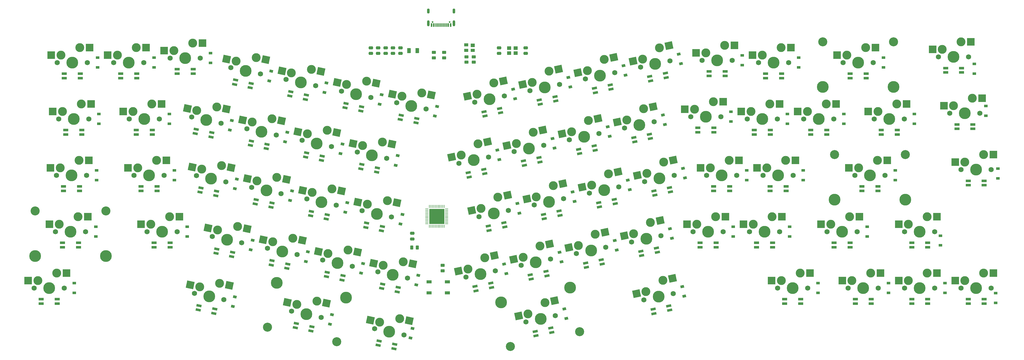
<source format=gbs>
G04 #@! TF.GenerationSoftware,KiCad,Pcbnew,(6.0.1)*
G04 #@! TF.CreationDate,2022-05-09T18:46:19+09:00*
G04 #@! TF.ProjectId,Skeleton68,536b656c-6574-46f6-9e36-382e6b696361,rev?*
G04 #@! TF.SameCoordinates,Original*
G04 #@! TF.FileFunction,Soldermask,Bot*
G04 #@! TF.FilePolarity,Negative*
%FSLAX46Y46*%
G04 Gerber Fmt 4.6, Leading zero omitted, Abs format (unit mm)*
G04 Created by KiCad (PCBNEW (6.0.1)) date 2022-05-09 18:46:19*
%MOMM*%
%LPD*%
G01*
G04 APERTURE LIST*
G04 Aperture macros list*
%AMRoundRect*
0 Rectangle with rounded corners*
0 $1 Rounding radius*
0 $2 $3 $4 $5 $6 $7 $8 $9 X,Y pos of 4 corners*
0 Add a 4 corners polygon primitive as box body*
4,1,4,$2,$3,$4,$5,$6,$7,$8,$9,$2,$3,0*
0 Add four circle primitives for the rounded corners*
1,1,$1+$1,$2,$3*
1,1,$1+$1,$4,$5*
1,1,$1+$1,$6,$7*
1,1,$1+$1,$8,$9*
0 Add four rect primitives between the rounded corners*
20,1,$1+$1,$2,$3,$4,$5,0*
20,1,$1+$1,$4,$5,$6,$7,0*
20,1,$1+$1,$6,$7,$8,$9,0*
20,1,$1+$1,$8,$9,$2,$3,0*%
%AMRotRect*
0 Rectangle, with rotation*
0 The origin of the aperture is its center*
0 $1 length*
0 $2 width*
0 $3 Rotation angle, in degrees counterclockwise*
0 Add horizontal line*
21,1,$1,$2,0,0,$3*%
G04 Aperture macros list end*
%ADD10C,3.000000*%
%ADD11C,3.987800*%
%ADD12C,1.750000*%
%ADD13R,2.550000X2.500000*%
%ADD14RotRect,2.550000X2.500000X192.000000*%
%ADD15C,3.048000*%
%ADD16RotRect,2.550000X2.500000X168.000000*%
%ADD17RotRect,0.900000X1.200000X102.000000*%
%ADD18R,1.700000X0.820000*%
%ADD19R,1.200000X0.900000*%
%ADD20RotRect,1.700000X0.820000X168.000000*%
%ADD21RoundRect,0.062500X-0.475000X-0.062500X0.475000X-0.062500X0.475000X0.062500X-0.475000X0.062500X0*%
%ADD22RoundRect,0.062500X-0.062500X-0.475000X0.062500X-0.475000X0.062500X0.475000X-0.062500X0.475000X0*%
%ADD23R,5.200000X5.200000*%
%ADD24RotRect,0.900000X1.200000X78.000000*%
%ADD25RoundRect,0.250000X-0.475000X0.250000X-0.475000X-0.250000X0.475000X-0.250000X0.475000X0.250000X0*%
%ADD26RoundRect,0.250000X0.450000X-0.262500X0.450000X0.262500X-0.450000X0.262500X-0.450000X-0.262500X0*%
%ADD27RoundRect,0.250000X-0.450000X0.262500X-0.450000X-0.262500X0.450000X-0.262500X0.450000X0.262500X0*%
%ADD28RotRect,1.700000X0.820000X192.000000*%
%ADD29RotRect,1.700000X0.820000X12.000000*%
%ADD30RotRect,1.700000X0.820000X348.000000*%
%ADD31R,1.400000X1.200000*%
%ADD32RoundRect,0.250000X0.375000X0.625000X-0.375000X0.625000X-0.375000X-0.625000X0.375000X-0.625000X0*%
%ADD33R,1.400000X1.000000*%
%ADD34RoundRect,0.250000X0.262500X0.450000X-0.262500X0.450000X-0.262500X-0.450000X0.262500X-0.450000X0*%
%ADD35R,1.800000X1.100000*%
%ADD36C,0.600000*%
%ADD37R,0.600000X1.160000*%
%ADD38R,0.300000X1.160000*%
%ADD39O,0.900000X1.700000*%
%ADD40O,0.900000X2.000000*%
%ADD41RoundRect,0.250000X0.475000X-0.250000X0.475000X0.250000X-0.475000X0.250000X-0.475000X-0.250000X0*%
G04 APERTURE END LIST*
D10*
X341058500Y-90170000D03*
X334708500Y-92710000D03*
D11*
X338518500Y-95250000D03*
D12*
X333438500Y-95250000D03*
X343598500Y-95250000D03*
D13*
X331433500Y-92710000D03*
X344360500Y-90170000D03*
D10*
X322008500Y-90170000D03*
X315658500Y-92710000D03*
D11*
X319468500Y-95250000D03*
D12*
X314388500Y-95250000D03*
X324548500Y-95250000D03*
D13*
X312383500Y-92710000D03*
X325310500Y-90170000D03*
D10*
X302958500Y-90170000D03*
X296608500Y-92710000D03*
D11*
X300418500Y-95250000D03*
D12*
X295338500Y-95250000D03*
X305498500Y-95250000D03*
D13*
X293333500Y-92710000D03*
X306260500Y-90170000D03*
D11*
X276606500Y-95250000D03*
D10*
X272796500Y-92710000D03*
D12*
X281686500Y-95250000D03*
D10*
X279146500Y-90170000D03*
D12*
X271526500Y-95250000D03*
D13*
X269521500Y-92710000D03*
X282448500Y-90170000D03*
D11*
X231356200Y-98156600D03*
D10*
X227101362Y-96464249D03*
D12*
X236325190Y-97100409D03*
D10*
X232784504Y-92659514D03*
D12*
X226387210Y-99212791D03*
D14*
X223897929Y-97145159D03*
X236014347Y-91972990D03*
D12*
X196530190Y-104585309D03*
D10*
X187306362Y-103949149D03*
D15*
X204690589Y-109991811D03*
D11*
X201522015Y-95084842D03*
D10*
X192989504Y-100144414D03*
D11*
X178167763Y-100048941D03*
D15*
X181336337Y-114955911D03*
D12*
X186592210Y-106697691D03*
D11*
X191561200Y-105641500D03*
D14*
X184102929Y-104630059D03*
X196219347Y-99457890D03*
D10*
X144006486Y-105577306D03*
X137267153Y-106741562D03*
D11*
X140465800Y-110018200D03*
D12*
X135496810Y-108962009D03*
X145434790Y-111074391D03*
D16*
X134063720Y-106060651D03*
X147236330Y-106263830D03*
D15*
X99385811Y-108427411D03*
D11*
X112515200Y-104077100D03*
D10*
X109316553Y-100800462D03*
D11*
X125908637Y-98484541D03*
D12*
X117484190Y-105133291D03*
X107546210Y-103020909D03*
D11*
X102554385Y-93520442D03*
D15*
X122740063Y-113391511D03*
D10*
X116055886Y-99636206D03*
D16*
X106113120Y-100119551D03*
X119285730Y-100322730D03*
D11*
X79708700Y-98077600D03*
D10*
X76510053Y-94800962D03*
D12*
X84677690Y-99133791D03*
D10*
X83249386Y-93636706D03*
D12*
X74739710Y-97021409D03*
D16*
X73306620Y-94120051D03*
X86479230Y-94323230D03*
D11*
X25718000Y-95250000D03*
D10*
X21908000Y-92710000D03*
D12*
X30798000Y-95250000D03*
D10*
X28258000Y-90170000D03*
D12*
X20638000Y-95250000D03*
D13*
X18633000Y-92710000D03*
X31560000Y-90170000D03*
D10*
X322008500Y-71120000D03*
X315658500Y-73660000D03*
D11*
X319468500Y-76200000D03*
D12*
X314388500Y-76200000D03*
X324548500Y-76200000D03*
D13*
X312383500Y-73660000D03*
X325310500Y-71120000D03*
D10*
X269621000Y-71120000D03*
X263271000Y-73660000D03*
D11*
X267081000Y-76200000D03*
D12*
X262001000Y-76200000D03*
X272161000Y-76200000D03*
D13*
X259996000Y-73660000D03*
X272923000Y-71120000D03*
D10*
X250571000Y-71120000D03*
X244221000Y-73660000D03*
D11*
X248031000Y-76200000D03*
D12*
X242951000Y-76200000D03*
X253111000Y-76200000D03*
D13*
X240946000Y-73660000D03*
X253873000Y-71120000D03*
D10*
X228625204Y-73094214D03*
X222942062Y-76898949D03*
D11*
X227196900Y-78591300D03*
D12*
X222227910Y-79647491D03*
X232165890Y-77535109D03*
D14*
X219738629Y-77579859D03*
X231855047Y-72407690D03*
D10*
X209991504Y-77055014D03*
X204308362Y-80859749D03*
D11*
X208563200Y-82552100D03*
D12*
X203594210Y-83608291D03*
X213532190Y-81495909D03*
D14*
X201104929Y-81540659D03*
X213221347Y-76368490D03*
D10*
X191357804Y-81015714D03*
X185674662Y-84820449D03*
D11*
X189929500Y-86512800D03*
D12*
X184960510Y-87568991D03*
X194898490Y-85456609D03*
D14*
X182471229Y-85501359D03*
X194587647Y-80329190D03*
D10*
X172724104Y-84976414D03*
X167040962Y-88781149D03*
D11*
X171295800Y-90473500D03*
D12*
X166326810Y-91529691D03*
X176264790Y-89417309D03*
D14*
X163837529Y-89462059D03*
X175953947Y-84289890D03*
D10*
X145172186Y-86349406D03*
X138432853Y-87513662D03*
D11*
X141631500Y-90790300D03*
D12*
X136662510Y-89734109D03*
X146600490Y-91846491D03*
D16*
X135229420Y-86832751D03*
X148402030Y-87035930D03*
D10*
X126538486Y-82388706D03*
X119799153Y-83552962D03*
D11*
X122997800Y-86829600D03*
D12*
X118028810Y-85773409D03*
X127966790Y-87885791D03*
D16*
X116595720Y-82872051D03*
X129768330Y-83075230D03*
D10*
X107904686Y-78428006D03*
X101165353Y-79592262D03*
D11*
X104364000Y-82868900D03*
D12*
X99395010Y-81812709D03*
X109332990Y-83925091D03*
D16*
X97961920Y-78911351D03*
X111134530Y-79114530D03*
D10*
X89270986Y-74467306D03*
X82531653Y-75631562D03*
D11*
X85730300Y-78908200D03*
D12*
X80761310Y-77852009D03*
X90699290Y-79964391D03*
D16*
X79328220Y-74950651D03*
X92500830Y-75153830D03*
D10*
X66357500Y-71120000D03*
X60007500Y-73660000D03*
D11*
X63817500Y-76200000D03*
D12*
X58737500Y-76200000D03*
X68897500Y-76200000D03*
D13*
X56732500Y-73660000D03*
X69659500Y-71120000D03*
D10*
X341058500Y-50165000D03*
X334708500Y-52705000D03*
D11*
X338518500Y-55245000D03*
D12*
X333438500Y-55245000D03*
X343598500Y-55245000D03*
D13*
X331433500Y-52705000D03*
X344360500Y-50165000D03*
D10*
X274193000Y-52070000D03*
X267843000Y-54610000D03*
D11*
X271653000Y-57150000D03*
D12*
X266573000Y-57150000D03*
X276733000Y-57150000D03*
D13*
X264568000Y-54610000D03*
X277495000Y-52070000D03*
D10*
X255143000Y-52070000D03*
X248793000Y-54610000D03*
D11*
X252603000Y-57150000D03*
D12*
X247523000Y-57150000D03*
X257683000Y-57150000D03*
D13*
X245518000Y-54610000D03*
X258445000Y-52070000D03*
D10*
X233049704Y-52678214D03*
X227366562Y-56482949D03*
D11*
X231621400Y-58175300D03*
D12*
X226652410Y-59231491D03*
X236590390Y-57119109D03*
D14*
X224163129Y-57163859D03*
X236279547Y-51991690D03*
D10*
X214416004Y-56638914D03*
X208732862Y-60443649D03*
D11*
X212987700Y-62136000D03*
D12*
X208018710Y-63192191D03*
X217956690Y-61079809D03*
D14*
X205529429Y-61124559D03*
X217645847Y-55952390D03*
D10*
X195782204Y-60599614D03*
X190099062Y-64404349D03*
D11*
X194353900Y-66096700D03*
D12*
X189384910Y-67152891D03*
X199322890Y-65040509D03*
D14*
X186895629Y-65085259D03*
X199012047Y-59913090D03*
D10*
X177148504Y-64560414D03*
X171465362Y-68365149D03*
D11*
X175720200Y-70057500D03*
D12*
X170751210Y-71113691D03*
X180689190Y-69001309D03*
D14*
X168261929Y-69046059D03*
X180378347Y-63873890D03*
D10*
X139815986Y-65735406D03*
X133076653Y-66899662D03*
D11*
X136275300Y-70176300D03*
D12*
X131306310Y-69120109D03*
X141244290Y-71232491D03*
D16*
X129873220Y-66218751D03*
X143045830Y-66421930D03*
D10*
X121160686Y-61759106D03*
X114421353Y-62923362D03*
D11*
X117620000Y-66200000D03*
D12*
X112651010Y-65143809D03*
X122588990Y-67256191D03*
D16*
X111217920Y-62242451D03*
X124390530Y-62445630D03*
D10*
X102548586Y-57813906D03*
X95809253Y-58978162D03*
D11*
X99007900Y-62254800D03*
D12*
X94038910Y-61198609D03*
X103976890Y-63310991D03*
D16*
X92605820Y-58297251D03*
X105778430Y-58500430D03*
D10*
X83914886Y-53853206D03*
X77175553Y-55017462D03*
D11*
X80374200Y-58294100D03*
D12*
X75405210Y-57237909D03*
X85343190Y-59350291D03*
D16*
X73972120Y-54336551D03*
X87144730Y-54539730D03*
D10*
X61976000Y-52070000D03*
X55626000Y-54610000D03*
D11*
X59436000Y-57150000D03*
D12*
X54356000Y-57150000D03*
X64516000Y-57150000D03*
D13*
X52351000Y-54610000D03*
X65278000Y-52070000D03*
D10*
X337248500Y-31115000D03*
X330898500Y-33655000D03*
D11*
X334708500Y-36195000D03*
D12*
X329628500Y-36195000D03*
X339788500Y-36195000D03*
D13*
X327623500Y-33655000D03*
X340550500Y-31115000D03*
D11*
X309182000Y-38100000D03*
D10*
X305372000Y-35560000D03*
D12*
X314262000Y-38100000D03*
D10*
X311722000Y-33020000D03*
D12*
X304102000Y-38100000D03*
D13*
X302097000Y-35560000D03*
X315024000Y-33020000D03*
D10*
X287909000Y-33020000D03*
X281559000Y-35560000D03*
D11*
X285369000Y-38100000D03*
D12*
X280289000Y-38100000D03*
X290449000Y-38100000D03*
D13*
X278284000Y-35560000D03*
X291211000Y-33020000D03*
D10*
X268859000Y-33020000D03*
X262509000Y-35560000D03*
D11*
X266319000Y-38100000D03*
D12*
X261239000Y-38100000D03*
X271399000Y-38100000D03*
D13*
X259234000Y-35560000D03*
X272161000Y-33020000D03*
D10*
X249809000Y-32258000D03*
X243459000Y-34798000D03*
D11*
X247269000Y-37338000D03*
D12*
X242189000Y-37338000D03*
X252349000Y-37338000D03*
D13*
X240184000Y-34798000D03*
X253111000Y-32258000D03*
D10*
X226293904Y-34638614D03*
X220610762Y-38443349D03*
D11*
X224865600Y-40135700D03*
D12*
X219896610Y-41191891D03*
X229834590Y-39079509D03*
D14*
X217407329Y-39124259D03*
X229523747Y-33952090D03*
D10*
X207660204Y-38599314D03*
X201977062Y-42404049D03*
D11*
X206231900Y-44096400D03*
D12*
X201262910Y-45152591D03*
X211200890Y-43040209D03*
D14*
X198773629Y-43084959D03*
X210890047Y-37912790D03*
D10*
X189026504Y-42560014D03*
X183343362Y-46364749D03*
D11*
X187598200Y-48057100D03*
D12*
X182629210Y-49113291D03*
X192567190Y-47000909D03*
D14*
X180139929Y-47045659D03*
X192256347Y-41873490D03*
D10*
X170392804Y-46520814D03*
X164709662Y-50325549D03*
D11*
X168964500Y-52017900D03*
D12*
X163995510Y-53074091D03*
X173933490Y-50961709D03*
D14*
X161506229Y-51006459D03*
X173622647Y-45834290D03*
D10*
X138186586Y-45913406D03*
X131447253Y-47077662D03*
D11*
X134645900Y-50354300D03*
D12*
X129676910Y-49298109D03*
X139614890Y-51410491D03*
D16*
X128243820Y-46396751D03*
X141416430Y-46599930D03*
D10*
X119552886Y-41952706D03*
X112813553Y-43116962D03*
D11*
X116012200Y-46393600D03*
D12*
X111043210Y-45337409D03*
X120981190Y-47449791D03*
D16*
X109610120Y-42436051D03*
X122782730Y-42639230D03*
D10*
X100919186Y-37992006D03*
X94179853Y-39156262D03*
D11*
X97378500Y-42432900D03*
D12*
X92409510Y-41376709D03*
X102347490Y-43489091D03*
D16*
X90976420Y-38475351D03*
X104149030Y-38678530D03*
D10*
X82285486Y-34031306D03*
X75546153Y-35195562D03*
D11*
X78744800Y-38472200D03*
D12*
X73775810Y-37416009D03*
X83713790Y-39528391D03*
D16*
X72342720Y-34514651D03*
X85515330Y-34717830D03*
D10*
X60356800Y-33020000D03*
X54006800Y-35560000D03*
D11*
X57816800Y-38100000D03*
D12*
X52736800Y-38100000D03*
X62896800Y-38100000D03*
D13*
X50731800Y-35560000D03*
X63658800Y-33020000D03*
D11*
X34004800Y-38100000D03*
D10*
X30194800Y-35560000D03*
D12*
X39084800Y-38100000D03*
D10*
X36544800Y-33020000D03*
D12*
X28924800Y-38100000D03*
D13*
X26919800Y-35560000D03*
X39846800Y-33020000D03*
X336740500Y-12065000D03*
X323813500Y-14605000D03*
D12*
X335978500Y-17145000D03*
X325818500Y-17145000D03*
D11*
X330898500Y-17145000D03*
D10*
X327088500Y-14605000D03*
X333438500Y-12065000D03*
X272669000Y-13970000D03*
X266319000Y-16510000D03*
D11*
X270129000Y-19050000D03*
D12*
X265049000Y-19050000D03*
X275209000Y-19050000D03*
D13*
X263044000Y-16510000D03*
X275971000Y-13970000D03*
D10*
X253619000Y-13208000D03*
X247269000Y-15748000D03*
D11*
X251079000Y-18288000D03*
D12*
X245999000Y-18288000D03*
X256159000Y-18288000D03*
D13*
X243994000Y-15748000D03*
X256921000Y-13208000D03*
D10*
X231650004Y-14024514D03*
X225966862Y-17829249D03*
D11*
X230221700Y-19521600D03*
D12*
X225252710Y-20577791D03*
X235190690Y-18465409D03*
D14*
X222763429Y-18510159D03*
X234879847Y-13337990D03*
D10*
X213016304Y-17985214D03*
X207333162Y-21789949D03*
D11*
X211588000Y-23482300D03*
D12*
X206619010Y-24538491D03*
X216556990Y-22426109D03*
D14*
X204129729Y-22470859D03*
X216246147Y-17298690D03*
D10*
X194382604Y-21946014D03*
X188699462Y-25750749D03*
D11*
X192954300Y-27443100D03*
D12*
X187985310Y-28499291D03*
X197923290Y-26386909D03*
D14*
X185496029Y-26431659D03*
X197612447Y-21259490D03*
D10*
X175748904Y-25906714D03*
X170065762Y-29711449D03*
D11*
X174320600Y-31403800D03*
D12*
X169351610Y-32459991D03*
X179289590Y-30347609D03*
D14*
X166862329Y-30392359D03*
X178978747Y-25220190D03*
D10*
X151464186Y-29260106D03*
X144724853Y-30424362D03*
D11*
X147923500Y-33701000D03*
D12*
X142954510Y-32644809D03*
X152892490Y-34757191D03*
D16*
X141521420Y-29743451D03*
X154694030Y-29946630D03*
D10*
X132830486Y-25299406D03*
X126091153Y-26463662D03*
D11*
X129289800Y-29740300D03*
D12*
X124320810Y-28684109D03*
X134258790Y-30796491D03*
D16*
X122887720Y-25782751D03*
X136060330Y-25985930D03*
D10*
X114196786Y-21338706D03*
X107457453Y-22502962D03*
D11*
X110656100Y-25779600D03*
D12*
X105687110Y-24723409D03*
X115625090Y-26835791D03*
D16*
X104254020Y-21822051D03*
X117426630Y-22025230D03*
X98792930Y-18064430D03*
X85620320Y-17861251D03*
D12*
X96991390Y-22874991D03*
X87053410Y-20762609D03*
D11*
X92022400Y-21818800D03*
D10*
X88823753Y-18542162D03*
X95563086Y-17377906D03*
X74168000Y-12446000D03*
X67818000Y-14986000D03*
D11*
X71628000Y-17526000D03*
D12*
X66548000Y-17526000D03*
X76708000Y-17526000D03*
D13*
X64543000Y-14986000D03*
X77470000Y-12446000D03*
D10*
X55118000Y-13970000D03*
X48768000Y-16510000D03*
D11*
X52578000Y-19050000D03*
D12*
X47498000Y-19050000D03*
X57658000Y-19050000D03*
D13*
X45493000Y-16510000D03*
X58420000Y-13970000D03*
D10*
X36068000Y-13970000D03*
X29718000Y-16510000D03*
D11*
X33528000Y-19050000D03*
D12*
X28448000Y-19050000D03*
X38608000Y-19050000D03*
D13*
X26443000Y-16510000D03*
X39370000Y-13970000D03*
D10*
X289465000Y-73660000D03*
D11*
X293275000Y-76200000D03*
D12*
X298355000Y-76200000D03*
D10*
X295815000Y-71120000D03*
D12*
X288195000Y-76200000D03*
D13*
X286190000Y-73660000D03*
X299117000Y-71120000D03*
D12*
X38015600Y-76200000D03*
D11*
X20997600Y-84455000D03*
D15*
X20997600Y-69215000D03*
X44873600Y-69215000D03*
D10*
X35475600Y-71120000D03*
D12*
X27855600Y-76200000D03*
D11*
X44873600Y-84455000D03*
D10*
X29125600Y-73660000D03*
D11*
X32935600Y-76200000D03*
D13*
X25850600Y-73660000D03*
X38777600Y-71120000D03*
D12*
X307763600Y-57150000D03*
D11*
X290745600Y-65405000D03*
D15*
X290745600Y-50165000D03*
X314621600Y-50165000D03*
D10*
X305223600Y-52070000D03*
D12*
X297603600Y-57150000D03*
D11*
X314621600Y-65405000D03*
D10*
X298873600Y-54610000D03*
D11*
X302683600Y-57150000D03*
D13*
X295598600Y-54610000D03*
X308525600Y-52070000D03*
D10*
X29432500Y-54610000D03*
D11*
X33242500Y-57150000D03*
D12*
X38322500Y-57150000D03*
D10*
X35782500Y-52070000D03*
D12*
X28162500Y-57150000D03*
D13*
X26157500Y-54610000D03*
X39084500Y-52070000D03*
D15*
X310642000Y-12065000D03*
D10*
X294894000Y-16510000D03*
D11*
X310642000Y-27305000D03*
D12*
X303784000Y-19050000D03*
D11*
X286766000Y-27305000D03*
D10*
X301244000Y-13970000D03*
D15*
X286766000Y-12065000D03*
D12*
X293624000Y-19050000D03*
D11*
X298704000Y-19050000D03*
D13*
X291619000Y-16510000D03*
X304546000Y-13970000D03*
D17*
X184377554Y-69904144D03*
X183691446Y-66676256D03*
D18*
X264381000Y-79950000D03*
X264381000Y-81450000D03*
X269781000Y-81450000D03*
X269781000Y-79950000D03*
D19*
X42028000Y-20700000D03*
X42028000Y-17400000D03*
D18*
X62136000Y-62400000D03*
X62136000Y-60900000D03*
X56736000Y-60900000D03*
X56736000Y-62400000D03*
D19*
X345080000Y-100270000D03*
X345080000Y-96970000D03*
D18*
X282669000Y-41850000D03*
X282669000Y-43350000D03*
X288069000Y-43350000D03*
X288069000Y-41850000D03*
D17*
X203011254Y-65943444D03*
X202325146Y-62715556D03*
X233522854Y-39982344D03*
X232836746Y-36754456D03*
D20*
X119577135Y-89936328D03*
X119265268Y-91403549D03*
X124547265Y-92526272D03*
X124859132Y-91059051D03*
D21*
X153162500Y-73500000D03*
X153162500Y-73000000D03*
X153162500Y-72500000D03*
X153162500Y-72000000D03*
X153162500Y-71500000D03*
X153162500Y-71000000D03*
X153162500Y-70500000D03*
X153162500Y-70000000D03*
X153162500Y-69500000D03*
X153162500Y-69000000D03*
X153162500Y-68500000D03*
D22*
X154000000Y-67662500D03*
X154500000Y-67662500D03*
X155000000Y-67662500D03*
X155500000Y-67662500D03*
X156000000Y-67662500D03*
X156500000Y-67662500D03*
X157000000Y-67662500D03*
X157500000Y-67662500D03*
X158000000Y-67662500D03*
X158500000Y-67662500D03*
X159000000Y-67662500D03*
D21*
X159837500Y-68500000D03*
X159837500Y-69000000D03*
X159837500Y-69500000D03*
X159837500Y-70000000D03*
X159837500Y-70500000D03*
X159837500Y-71000000D03*
X159837500Y-71500000D03*
X159837500Y-72000000D03*
X159837500Y-72500000D03*
X159837500Y-73000000D03*
X159837500Y-73500000D03*
D22*
X159000000Y-74337500D03*
X158500000Y-74337500D03*
X158000000Y-74337500D03*
X157500000Y-74337500D03*
X157000000Y-74337500D03*
X156500000Y-74337500D03*
X156000000Y-74337500D03*
X155500000Y-74337500D03*
X155000000Y-74337500D03*
X154500000Y-74337500D03*
X154000000Y-74337500D03*
D23*
X156500000Y-71000000D03*
D24*
X99993546Y-25200044D03*
X100679654Y-21972156D03*
D18*
X290575000Y-79950000D03*
X290575000Y-81450000D03*
X295975000Y-81450000D03*
X295975000Y-79950000D03*
D17*
X201611654Y-27289744D03*
X200925546Y-24061856D03*
D20*
X112591535Y-49500328D03*
X112279668Y-50967549D03*
X117561665Y-52090272D03*
X117873532Y-50623051D03*
D24*
X137260946Y-33121444D03*
X137947054Y-29893556D03*
D20*
X100943335Y-85975628D03*
X100631468Y-87442849D03*
X105913465Y-88565572D03*
X106225332Y-87098351D03*
D19*
X307204000Y-20700000D03*
X307204000Y-17400000D03*
D25*
X177500000Y-14050000D03*
X177500000Y-15950000D03*
D26*
X158500000Y-89412500D03*
X158500000Y-87587500D03*
D19*
X67936000Y-58800000D03*
X67936000Y-55500000D03*
D27*
X155500000Y-15587500D03*
X155500000Y-17412500D03*
D24*
X87679846Y-101458844D03*
X88365954Y-98230956D03*
X88345346Y-61675344D03*
X89031454Y-58447456D03*
D28*
X167103168Y-56247251D03*
X167415035Y-57714472D03*
X172697032Y-56591749D03*
X172385165Y-55124528D03*
X188068168Y-90742151D03*
X188380035Y-92209372D03*
X193662032Y-91086649D03*
X193350165Y-89619428D03*
D18*
X341218500Y-60495000D03*
X341218500Y-58995000D03*
X335818500Y-58995000D03*
X335818500Y-60495000D03*
X30235600Y-79950000D03*
X30235600Y-81450000D03*
X35635600Y-81450000D03*
X35635600Y-79950000D03*
X35942500Y-62400000D03*
X35942500Y-60900000D03*
X30542500Y-60900000D03*
X30542500Y-62400000D03*
D29*
X215320532Y-28056249D03*
X215008665Y-26589028D03*
X209726668Y-27711751D03*
X210038535Y-29178972D03*
D19*
X345870000Y-58150000D03*
X345870000Y-54850000D03*
D18*
X305383600Y-62400000D03*
X305383600Y-60900000D03*
X299983600Y-60900000D03*
X299983600Y-62400000D03*
X61117500Y-79950000D03*
X61117500Y-81450000D03*
X66517500Y-81450000D03*
X66517500Y-79950000D03*
D17*
X235854254Y-78438044D03*
X235168146Y-75210156D03*
X177621754Y-51864544D03*
X176935646Y-48636656D03*
D18*
X28418000Y-100500000D03*
X28418000Y-99000000D03*
X23018000Y-99000000D03*
X23018000Y-100500000D03*
D17*
X198586754Y-86359444D03*
X197900646Y-83131556D03*
D18*
X333598500Y-22395000D03*
X333598500Y-20895000D03*
X328198500Y-20895000D03*
X328198500Y-22395000D03*
D19*
X275581000Y-77850000D03*
X275581000Y-74550000D03*
X280153000Y-58800000D03*
X280153000Y-55500000D03*
X327968500Y-96900000D03*
X327968500Y-93600000D03*
D30*
X119191065Y-71912172D03*
X119502932Y-70444951D03*
X114220935Y-69322228D03*
X113909068Y-70789449D03*
D29*
X235353932Y-62749249D03*
X235042065Y-61282028D03*
X229760068Y-62404751D03*
X230071935Y-63871972D03*
X216720232Y-66709949D03*
X216408365Y-65242728D03*
X211126368Y-66365451D03*
X211438235Y-67832672D03*
D24*
X106979146Y-65636044D03*
X107665254Y-62408156D03*
X155894746Y-37082144D03*
X156580854Y-33854256D03*
D19*
X41435600Y-77850000D03*
X41435600Y-74550000D03*
D30*
X81258165Y-103774272D03*
X81570032Y-102307051D03*
X76288035Y-101184328D03*
X75976168Y-102651549D03*
D19*
X80128000Y-19176000D03*
X80128000Y-15876000D03*
D31*
X183100000Y-15850000D03*
X180900000Y-15850000D03*
X180900000Y-14150000D03*
X183100000Y-14150000D03*
D24*
X93701546Y-82289344D03*
X94387654Y-79061456D03*
D18*
X341218500Y-100500000D03*
X341218500Y-99000000D03*
X335818500Y-99000000D03*
X335818500Y-100500000D03*
D32*
X149900000Y-15000000D03*
X147100000Y-15000000D03*
D28*
X169434468Y-94702951D03*
X169746335Y-96170172D03*
X175028332Y-95047449D03*
X174716465Y-93580228D03*
D18*
X279306500Y-100500000D03*
X279306500Y-99000000D03*
X273906500Y-99000000D03*
X273906500Y-100500000D03*
D31*
X168600000Y-13230000D03*
D33*
X168600000Y-14950000D03*
X166400000Y-14950000D03*
X166400000Y-13050000D03*
D18*
X272829000Y-24300000D03*
X272829000Y-22800000D03*
X267429000Y-22800000D03*
X267429000Y-24300000D03*
D28*
X206701868Y-86781451D03*
X207013735Y-88248672D03*
X212295732Y-87125949D03*
X211983865Y-85658728D03*
D29*
X196686832Y-32016949D03*
X196374965Y-30549728D03*
X191092968Y-31672451D03*
X191404835Y-33139672D03*
D18*
X301404000Y-24300000D03*
X301404000Y-22800000D03*
X296004000Y-22800000D03*
X296004000Y-24300000D03*
D28*
X225335568Y-82820751D03*
X225647435Y-84287972D03*
X230929432Y-83165249D03*
X230617565Y-81698028D03*
D34*
X149912500Y-81500000D03*
X148087500Y-81500000D03*
D19*
X274819000Y-39750000D03*
X274819000Y-36450000D03*
D30*
X112205565Y-31476172D03*
X112517432Y-30008951D03*
X107235435Y-28886228D03*
X106923568Y-30353449D03*
D25*
X134250000Y-14050000D03*
X134250000Y-15950000D03*
D19*
X337910000Y-22820000D03*
X337910000Y-19520000D03*
D35*
X153900000Y-93150000D03*
X160100000Y-93150000D03*
X153900000Y-96850000D03*
X160100000Y-96850000D03*
D25*
X148200000Y-76750000D03*
X148200000Y-78650000D03*
D19*
X326480000Y-80820000D03*
X326480000Y-77520000D03*
D18*
X306482000Y-41850000D03*
X306482000Y-43350000D03*
X311882000Y-43350000D03*
X311882000Y-41850000D03*
D29*
X195293732Y-110215449D03*
X194981865Y-108748228D03*
X189699868Y-109870951D03*
X190011735Y-111338172D03*
D18*
X263619000Y-41850000D03*
X263619000Y-43350000D03*
X269019000Y-43350000D03*
X269019000Y-41850000D03*
D24*
X105349746Y-45814144D03*
X106035854Y-42586256D03*
D17*
X196255454Y-47903844D03*
X195569346Y-44675956D03*
D30*
X137824765Y-75872872D03*
X138136632Y-74405651D03*
X132854635Y-73282928D03*
X132542768Y-74750149D03*
D19*
X341790000Y-37010000D03*
X341790000Y-33710000D03*
X311183600Y-58800000D03*
X311183600Y-55500000D03*
D30*
X100557365Y-67951472D03*
X100869232Y-66484251D03*
X95587235Y-65361528D03*
X95275368Y-66828749D03*
D18*
X322168500Y-100500000D03*
X322168500Y-99000000D03*
X316768500Y-99000000D03*
X316768500Y-100500000D03*
D27*
X159000000Y-15587500D03*
X159000000Y-17412500D03*
D17*
X238879054Y-19368344D03*
X238192946Y-16140456D03*
X182977854Y-31250444D03*
X182291746Y-28022556D03*
D19*
X261103000Y-58800000D03*
X261103000Y-55500000D03*
D27*
X169000000Y-17087500D03*
X169000000Y-18912500D03*
D24*
X149602646Y-94171544D03*
X150288754Y-90943656D03*
D18*
X244569000Y-41088000D03*
X244569000Y-42588000D03*
X249969000Y-42588000D03*
X249969000Y-41088000D03*
X55278000Y-24300000D03*
X55278000Y-22800000D03*
X49878000Y-22800000D03*
X49878000Y-24300000D03*
D24*
X118627246Y-29160744D03*
X119313354Y-25932856D03*
D19*
X61078000Y-20700000D03*
X61078000Y-17400000D03*
X308918500Y-96900000D03*
X308918500Y-93600000D03*
D29*
X233954232Y-24095549D03*
X233642365Y-22628328D03*
X228360368Y-23751051D03*
X228672235Y-25218272D03*
D18*
X274353000Y-62400000D03*
X274353000Y-60900000D03*
X268953000Y-60900000D03*
X268953000Y-62400000D03*
X74328000Y-22776000D03*
X74328000Y-21276000D03*
X68928000Y-21276000D03*
X68928000Y-22776000D03*
D28*
X204370568Y-48325851D03*
X204682435Y-49793072D03*
X209964432Y-48670349D03*
X209652565Y-47203128D03*
D29*
X235088732Y-102730549D03*
X234776865Y-101263328D03*
X229494868Y-102386051D03*
X229806735Y-103853272D03*
D20*
X138210835Y-93897028D03*
X137898968Y-95364249D03*
X143180965Y-96486972D03*
X143492832Y-95019751D03*
D28*
X185736868Y-52286551D03*
X186048735Y-53753772D03*
X191330732Y-52631049D03*
X191018865Y-51163828D03*
D17*
X200218554Y-105488244D03*
X199532446Y-102260356D03*
D36*
X160850000Y-5325000D03*
X155070000Y-5325000D03*
D37*
X154760000Y-6385000D03*
X155560000Y-6385000D03*
D38*
X156710000Y-6385000D03*
X157710000Y-6385000D03*
X158210000Y-6385000D03*
X159210000Y-6385000D03*
D37*
X160360000Y-6385000D03*
X161160000Y-6385000D03*
X161160000Y-6385000D03*
X160360000Y-6385000D03*
D38*
X159710000Y-6385000D03*
X158710000Y-6385000D03*
X157210000Y-6385000D03*
X156210000Y-6385000D03*
D37*
X155560000Y-6385000D03*
X154760000Y-6385000D03*
D39*
X153640000Y-1635000D03*
D40*
X153640000Y-5805000D03*
X162280000Y-5805000D03*
D39*
X162280000Y-1635000D03*
D18*
X332008500Y-39945000D03*
X332008500Y-41445000D03*
X337408500Y-41445000D03*
X337408500Y-39945000D03*
D19*
X255769000Y-38988000D03*
X255769000Y-35688000D03*
D24*
X112335246Y-86250144D03*
X113021354Y-83022256D03*
D19*
X293869000Y-39750000D03*
X293869000Y-36450000D03*
D18*
X253779000Y-23538000D03*
X253779000Y-22038000D03*
X248379000Y-22038000D03*
X248379000Y-23538000D03*
X245331000Y-79950000D03*
X245331000Y-81450000D03*
X250731000Y-81450000D03*
X250731000Y-79950000D03*
D19*
X42504800Y-39750000D03*
X42504800Y-36450000D03*
D24*
X147656946Y-112113944D03*
X148343054Y-108886056D03*
D19*
X256531000Y-77850000D03*
X256531000Y-74550000D03*
D24*
X86716046Y-41853344D03*
X87402154Y-38625456D03*
D19*
X41742500Y-58800000D03*
X41742500Y-55500000D03*
D18*
X31304800Y-41850000D03*
X31304800Y-43350000D03*
X36704800Y-43350000D03*
X36704800Y-41850000D03*
D29*
X179452732Y-74631349D03*
X179140865Y-73164128D03*
X173858868Y-74286851D03*
X174170735Y-75754072D03*
D17*
X240278654Y-58022044D03*
X239592546Y-54794156D03*
D41*
X186500000Y-15950000D03*
X186500000Y-14050000D03*
D19*
X301775000Y-77850000D03*
X301775000Y-74550000D03*
D18*
X36228000Y-24300000D03*
X36228000Y-22800000D03*
X30828000Y-22800000D03*
X30828000Y-24300000D03*
D17*
X220245354Y-23329044D03*
X219559246Y-20101156D03*
X240013454Y-98003344D03*
X239327346Y-94775456D03*
D25*
X144250000Y-14050000D03*
X144250000Y-15950000D03*
D24*
X130968946Y-90210844D03*
X131655054Y-86982956D03*
D30*
X81923665Y-63990772D03*
X82235532Y-62523551D03*
X76953535Y-61400828D03*
X76641668Y-62868049D03*
D28*
X223004268Y-44365151D03*
X223316135Y-45832372D03*
X228598132Y-44709649D03*
X228286265Y-43242428D03*
D18*
X316768500Y-79950000D03*
X316768500Y-81450000D03*
X322168500Y-81450000D03*
X322168500Y-79950000D03*
D19*
X34218000Y-96900000D03*
X34218000Y-93600000D03*
D18*
X303118500Y-100500000D03*
X303118500Y-99000000D03*
X297718500Y-99000000D03*
X297718500Y-100500000D03*
D30*
X114064665Y-109773672D03*
X114376532Y-108306451D03*
X109094535Y-107183728D03*
X108782668Y-108650949D03*
X142015265Y-115714772D03*
X142327132Y-114247551D03*
X137045135Y-113124828D03*
X136733268Y-114592049D03*
D29*
X178053132Y-35977649D03*
X177741265Y-34510428D03*
X172459268Y-35633151D03*
X172771135Y-37100372D03*
D19*
X285106500Y-96900000D03*
X285106500Y-93600000D03*
X317682000Y-39750000D03*
X317682000Y-36450000D03*
D20*
X131225235Y-53461028D03*
X130913368Y-54928249D03*
X136195365Y-56050972D03*
X136507232Y-54583751D03*
D19*
X278629000Y-20700000D03*
X278629000Y-17400000D03*
D25*
X141750000Y-14050000D03*
X141750000Y-15950000D03*
D19*
X259579000Y-19938000D03*
X259579000Y-16638000D03*
D27*
X166500000Y-17087500D03*
X166500000Y-18912500D03*
D18*
X255303000Y-62400000D03*
X255303000Y-60900000D03*
X249903000Y-60900000D03*
X249903000Y-62400000D03*
X55116800Y-41850000D03*
X55116800Y-43350000D03*
X60516800Y-43350000D03*
X60516800Y-41850000D03*
D24*
X142617146Y-53735544D03*
X143303254Y-50507656D03*
D29*
X198086432Y-70670649D03*
X197774565Y-69203428D03*
X192492568Y-70326151D03*
X192804435Y-71793372D03*
D17*
X217220554Y-82398744D03*
X216534446Y-79170856D03*
D20*
X75324135Y-41578928D03*
X75012268Y-43046149D03*
X80294265Y-44168872D03*
X80606132Y-42701651D03*
D24*
X123983446Y-49774844D03*
X124669554Y-46546956D03*
D30*
X93571865Y-27515472D03*
X93883732Y-26048251D03*
X88601735Y-24925528D03*
X88289868Y-26392749D03*
D24*
X125612846Y-69596744D03*
X126298954Y-66368856D03*
D25*
X136750000Y-14050000D03*
X136750000Y-15950000D03*
D30*
X149472965Y-39397672D03*
X149784832Y-37930451D03*
X144502835Y-36807728D03*
X144190968Y-38274949D03*
D19*
X72317500Y-77850000D03*
X72317500Y-74550000D03*
X66316800Y-39750000D03*
X66316800Y-36450000D03*
D25*
X139250000Y-14050000D03*
X139250000Y-15950000D03*
D24*
X120486446Y-107458244D03*
X121172554Y-104230356D03*
D17*
X221644954Y-61982744D03*
X220958846Y-58754856D03*
D30*
X130839265Y-35436872D03*
X131151132Y-33969651D03*
X125869135Y-32846928D03*
X125557268Y-34314149D03*
D20*
X82309635Y-82014928D03*
X81997768Y-83482149D03*
X87279765Y-84604872D03*
X87591632Y-83137651D03*
D17*
X179953054Y-90320144D03*
X179266946Y-87092256D03*
D24*
X144246546Y-73557444D03*
X144932654Y-70329556D03*
D20*
X93957835Y-45539628D03*
X93645968Y-47006849D03*
X98927965Y-48129572D03*
X99239832Y-46662351D03*
D17*
X214889154Y-43943144D03*
X214203046Y-40715256D03*
M02*

</source>
